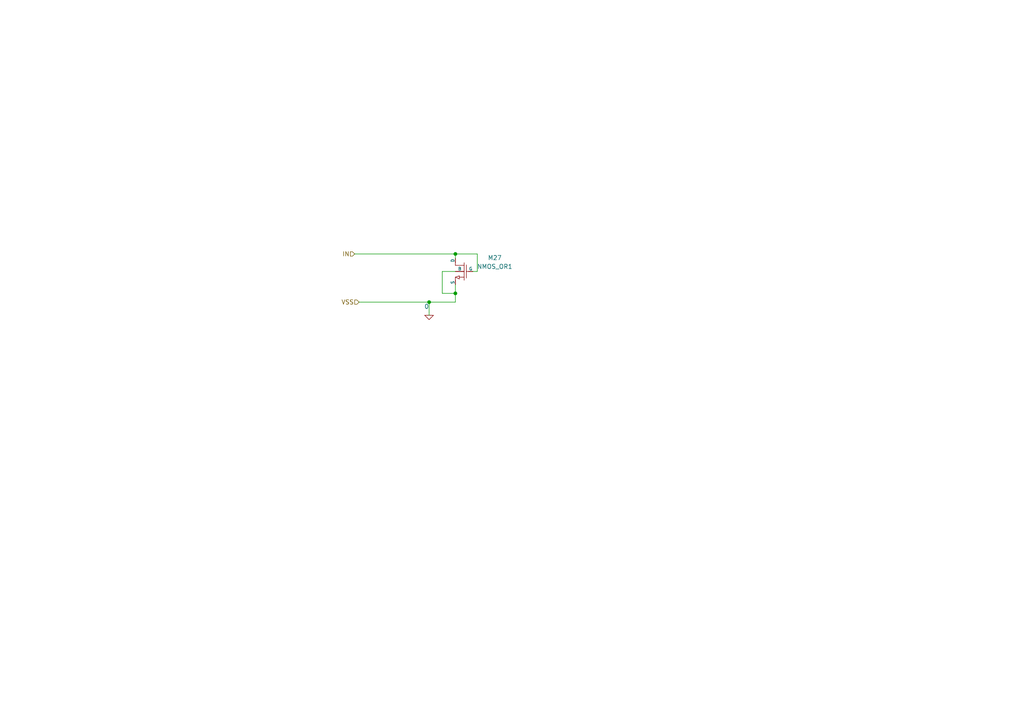
<source format=kicad_sch>
(kicad_sch (version 20230121) (generator eeschema)
  (paper "A4")
  (lib_symbols
    (symbol "OR1Symbols:0" (power) (pin_names (offset 0))
      (property "Value" "0" (at 0 -1.27 0))
      (symbol "0_0_1"
        (polyline (pts (xy -1.27 0) (xy 1.27 0) (xy 0 -1.27) (xy -1.27 0)))
      )
      (symbol "0_1_1"
        (pin power_in line (at 0 0 180) (length 0) hide (name "0") (number "1"))
      )
    )
    (symbol "OR1Symbols:NMOS_OR1" (pin_numbers hide) (pin_names (offset 0))
      (property "Reference" "M" (at 8.89 5.08 0))
      (property "Value" "NMOS_OR1" (at 8.89 2.54 0))
      (symbol "NMOS_OR1_0_1"
        (polyline (pts (xy 0 0) (xy 1.905 0)))
        (polyline (pts (xy 1.905 1.905) (xy 1.905 -1.905)))
        (polyline (pts (xy 2.54 -2.54) (xy 2.54 2.54)))
        (polyline (pts (xy 2.54 -1.651) (xy 3.937 -1.651)))
        (polyline (pts (xy 2.54 0) (xy 5.08 0)))
        (polyline (pts (xy 2.54 1.778) (xy 5.08 1.778)))
        (polyline (pts (xy 3.937 -2.159) (xy 3.937 -1.27)))
        (polyline (pts (xy 3.937 -1.27) (xy 5.08 -1.651)))
        (polyline (pts (xy 5.08 -1.651) (xy 3.937 -2.159)))
        (polyline (pts (xy 5.08 -1.651) (xy 5.08 -3.81)))
        (polyline (pts (xy 5.08 1.778) (xy 5.08 3.81)))
      )
      (symbol "NMOS_OR1_1_1"
        (pin passive line (at 5.08 3.81 270) (length 1.27) (name "D") (number "1"))
        (pin passive line (at 0 0 0) (length 1.27) (name "G") (number "2"))
        (pin passive line (at 5.08 -3.81 90) (length 1.27) (name "S") (number "3"))
        (pin passive line (at 5.08 0 180) (length 2.54) (name "B") (number "4"))
      )
    )
  )
  (junction (at 132.08 73.66))
  (junction (at 132.08 85.09))
  (junction (at 124.46 87.63))
  (wire (pts (xy 104.14 87.63) (xy 124.46 87.63)))
  (wire (pts (xy 102.87 73.66) (xy 132.08 73.66)))
  (wire (pts (xy 132.08 73.66) (xy 132.08 74.93)))
  (wire (pts (xy 138.43 73.66) (xy 138.43 78.74)))
  (wire (pts (xy 132.08 73.66) (xy 138.43 73.66)))
  (wire (pts (xy 124.46 87.63) (xy 124.46 91.44)))
  (wire (pts (xy 132.08 78.74) (xy 128.27 78.74)))
  (wire (pts (xy 128.27 78.74) (xy 128.27 85.09)))
  (wire (pts (xy 124.46 87.63) (xy 132.08 87.63)))
  (wire (pts (xy 137.16 78.74) (xy 138.43 78.74)))
  (wire (pts (xy 128.27 85.09) (xy 132.08 85.09)))
  (wire (pts (xy 132.08 82.55) (xy 132.08 85.09)))
  (wire (pts (xy 132.08 85.09) (xy 132.08 87.63)))
  (hierarchical_label "VSS" (shape input) (at 104.14 87.63 180))
  (hierarchical_label "IN" (shape input) (at 102.87 73.66 180))
  (symbol (lib_id "OR1Symbols:NMOS_OR1") (at 137.16 78.74 0) (mirror y) (unit 1)
    (property "Reference" "M27" (at 143.51 74.7777 0))
    (property "Value" "NMOS_OR1" (at 143.51 77.3177 0))
    (property "Sim.Pins" "1=1 2=2 3=3 4=4" (effects hide))
    (property "Sim.Device" "SPICE" (effects hide))
    (property "Sim.Params" "type=\"M\" model=\"NMOS_OR1 l=1u w=2u\" lib=\"\"" (effects hide))
    (instances (project "" (path "" (reference "M27") (unit 1))) (project "cc_osc" (path "" (reference "M26") (unit 1)) (path "" (reference "M27") (unit 1)) (path "" (reference "M1") (unit 1))) (project "" (path "" (reference "M1") (unit 1))))
  )
  (symbol (lib_id "OR1Symbols:0") (at 124.46 91.44 0) (unit 1)
    (property "Reference" "#GND02" (effects hide))
    (property "Value" "0" (at 124.46 88.9 0) (effects (justify right)))
    (instances (project "" (path "" (reference "#GND02") (unit 1))) (project "cc_osc" (path "" (reference "#GND01") (unit 1)) (path "" (reference "#GND02") (unit 1)) (path "" (reference "#GND03") (unit 1))) (project "" (path "" (reference "#GND03") (unit 1))))
  )
)
</source>
